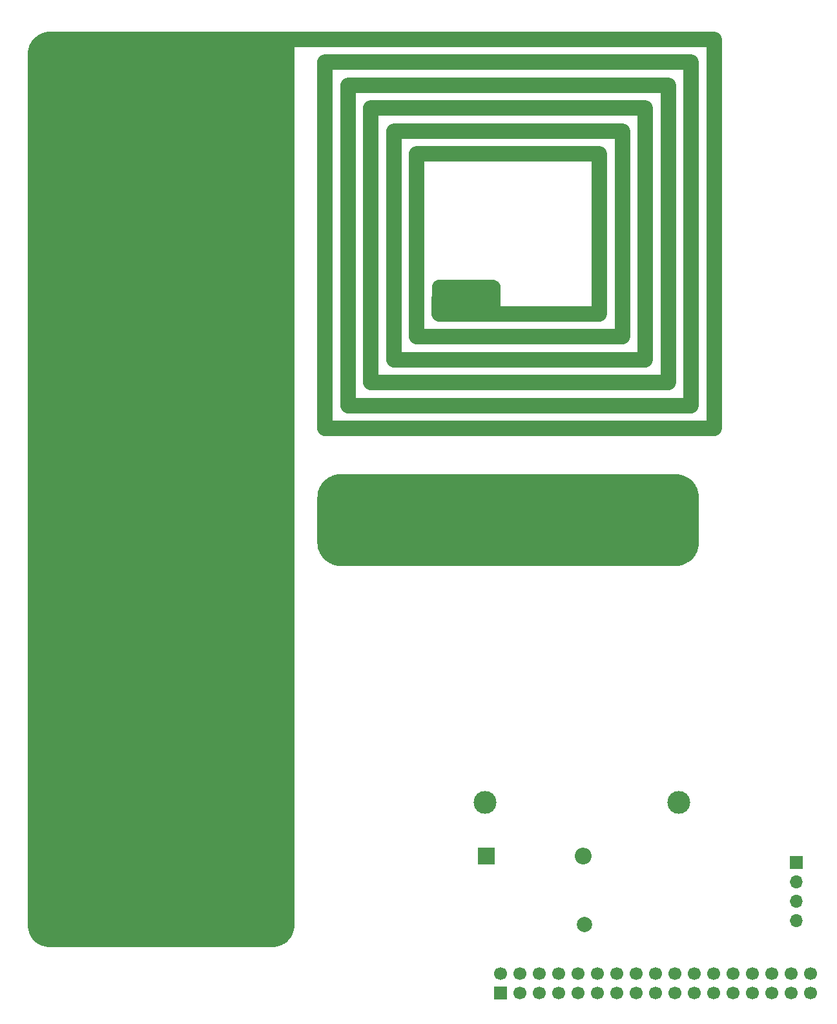
<source format=gbr>
%TF.GenerationSoftware,KiCad,Pcbnew,8.0.3*%
%TF.CreationDate,2025-04-28T21:08:14+02:00*%
%TF.ProjectId,shaper,73686170-6572-42e6-9b69-6361645f7063,1.0*%
%TF.SameCoordinates,Original*%
%TF.FileFunction,Copper,L1,Top*%
%TF.FilePolarity,Positive*%
%FSLAX46Y46*%
G04 Gerber Fmt 4.6, Leading zero omitted, Abs format (unit mm)*
G04 Created by KiCad (PCBNEW 8.0.3) date 2025-04-28 21:08:14*
%MOMM*%
%LPD*%
G01*
G04 APERTURE LIST*
%TA.AperFunction,ComponentPad*%
%ADD10R,1.700000X1.700000*%
%TD*%
%TA.AperFunction,ComponentPad*%
%ADD11C,1.700000*%
%TD*%
%TA.AperFunction,ComponentPad*%
%ADD12C,3.000000*%
%TD*%
%TA.AperFunction,ComponentPad*%
%ADD13R,2.200000X2.200000*%
%TD*%
%TA.AperFunction,ComponentPad*%
%ADD14O,2.200000X2.200000*%
%TD*%
%TA.AperFunction,SMDPad,CuDef*%
%ADD15R,2.500000X2.500000*%
%TD*%
%TA.AperFunction,ComponentPad*%
%ADD16O,1.700000X1.700000*%
%TD*%
%TA.AperFunction,ViaPad*%
%ADD17C,2.000000*%
%TD*%
%TA.AperFunction,Conductor*%
%ADD18C,2.000000*%
%TD*%
G04 APERTURE END LIST*
D10*
%TO.P,Box_connector,1*%
%TO.N,N/C*%
X97000000Y-161000000D03*
D11*
%TO.P,Box_connector,2*%
X97000000Y-158460000D03*
%TO.P,Box_connector,3*%
X99540000Y-161000000D03*
%TO.P,Box_connector,4*%
X99540000Y-158460000D03*
%TO.P,Box_connector,5*%
X102079999Y-161000000D03*
%TO.P,Box_connector,6*%
X102080000Y-158460000D03*
%TO.P,Box_connector,7*%
X104620000Y-161000000D03*
%TO.P,Box_connector,8*%
X104620000Y-158460000D03*
%TO.P,Box_connector,9*%
X107160000Y-161000000D03*
%TO.P,Box_connector,10*%
X107160000Y-158460000D03*
%TO.P,Box_connector,11*%
X109700000Y-161000000D03*
%TO.P,Box_connector,12*%
X109700000Y-158460000D03*
%TO.P,Box_connector,13*%
X112240000Y-161000000D03*
%TO.P,Box_connector,14*%
X112240000Y-158460000D03*
%TO.P,Box_connector,15*%
X114780001Y-161000000D03*
%TO.P,Box_connector,16*%
X114780000Y-158460000D03*
%TO.P,Box_connector,17*%
X117320000Y-161000000D03*
%TO.P,Box_connector,18*%
X117320000Y-158460000D03*
%TO.P,Box_connector,19*%
X119860000Y-161000000D03*
%TO.P,Box_connector,20*%
X119860000Y-158460000D03*
%TO.P,Box_connector,21*%
X122400000Y-161000000D03*
%TO.P,Box_connector,22*%
X122400000Y-158460000D03*
%TO.P,Box_connector,23*%
X124939999Y-161000000D03*
%TO.P,Box_connector,24*%
X124940000Y-158460000D03*
%TO.P,Box_connector,25*%
X127480000Y-161000000D03*
%TO.P,Box_connector,26*%
X127480000Y-158460000D03*
%TO.P,Box_connector,27*%
X130020000Y-161000000D03*
%TO.P,Box_connector,28*%
X130020000Y-158460000D03*
%TO.P,Box_connector,29*%
X132560000Y-161000000D03*
%TO.P,Box_connector,30*%
X132560000Y-158460000D03*
%TO.P,Box_connector,31*%
X135099999Y-161000000D03*
%TO.P,Box_connector,32*%
X135100000Y-158460000D03*
%TO.P,Box_connector,33*%
X137640001Y-161000000D03*
%TO.P,Box_connector,34*%
X137640000Y-158460000D03*
%TD*%
D12*
%TO.P,HV_Relay,1*%
%TO.N,N/C*%
X95000000Y-136000000D03*
%TO.P,HV_Relay,2*%
X120399999Y-135999997D03*
%TD*%
D13*
%TO.P,Diode,1*%
%TO.N,N/C*%
X95150000Y-143000000D03*
D14*
%TO.P,Diode,2*%
X107850000Y-143000000D03*
%TD*%
D15*
%TO.P,REF\u002A\u002A,1*%
%TO.N,N/C*%
X95000000Y-100000000D03*
%TD*%
%TO.P,REF\u002A\u002A,1*%
%TO.N,N/C*%
X41000000Y-42000000D03*
%TD*%
%TO.P,REF\u002A\u002A,1*%
%TO.N,N/C*%
X108000000Y-96000000D03*
%TD*%
%TO.P,REF\u002A\u002A,1*%
%TO.N,N/C*%
X60000000Y-152000000D03*
%TD*%
%TO.P,REF\u002A\u002A,1*%
%TO.N,N/C*%
X95000000Y-71000000D03*
%TD*%
D10*
%TO.P,REF\u002A\u002A,1*%
%TO.N,N/C*%
X135750003Y-143920001D03*
D16*
%TO.P,REF\u002A\u002A,2*%
X135750003Y-146460001D03*
%TO.P,REF\u002A\u002A,3*%
X135750000Y-149000000D03*
%TO.P,REF\u002A\u002A,4*%
X135750003Y-151540001D03*
%TD*%
D17*
%TO.N,*%
X108000000Y-152000000D03*
%TD*%
D18*
%TO.N,*%
X125000000Y-36000000D02*
X125000000Y-87000000D01*
X125000000Y-87000000D02*
X74000000Y-87000000D01*
X74000000Y-87000000D02*
X74000000Y-39000000D01*
X122000000Y-39000000D02*
X122000000Y-84000000D01*
X122000000Y-84000000D02*
X77000000Y-84000000D01*
X77000000Y-84000000D02*
X77000000Y-42000000D01*
X119000000Y-42000000D02*
X119000000Y-81000000D01*
X80000000Y-81000000D02*
X80000000Y-45000000D01*
X116000000Y-45000000D02*
X116000000Y-78000000D01*
X116000000Y-78000000D02*
X83000000Y-78000000D01*
X83000000Y-78000000D02*
X83000000Y-48000000D01*
X113000000Y-48000000D02*
X113000000Y-75000000D01*
X113000000Y-75000000D02*
X86000000Y-75000000D01*
X86000000Y-75000000D02*
X86000000Y-51000000D01*
X110000000Y-51000000D02*
X110000000Y-72000000D01*
X110000000Y-72000000D02*
X96000000Y-72000000D01*
X89000000Y-70000000D02*
X96000000Y-70000000D01*
X96000000Y-70000000D02*
X96000000Y-72000000D01*
X96000000Y-72000000D02*
X89000000Y-72000000D01*
X74000000Y-39000000D02*
X122000000Y-39000000D01*
X69000000Y-36000000D02*
X69000000Y-40000000D01*
X83000000Y-48000000D02*
X113000000Y-48000000D01*
X89000000Y-72000000D02*
X89000000Y-70000000D01*
X65000000Y-36000000D02*
X69000000Y-36000000D01*
X69000000Y-36000000D02*
X74000000Y-36000000D01*
X74000000Y-36000000D02*
X125000000Y-36000000D01*
X80000000Y-45000000D02*
X116000000Y-45000000D01*
X119000000Y-81000000D02*
X80000000Y-81000000D01*
X77000000Y-42000000D02*
X119000000Y-42000000D01*
X86000000Y-51000000D02*
X110000000Y-51000000D01*
%TD*%
%TA.AperFunction,NonConductor*%
G36*
X120003471Y-93000195D02*
G01*
X120044136Y-93002478D01*
X120328949Y-93018473D01*
X120342748Y-93020027D01*
X120660695Y-93074049D01*
X120674252Y-93077143D01*
X120984148Y-93166423D01*
X120997272Y-93171016D01*
X121295215Y-93294427D01*
X121307737Y-93300456D01*
X121590006Y-93456461D01*
X121601779Y-93463859D01*
X121864789Y-93650475D01*
X121875649Y-93659135D01*
X122116127Y-93874039D01*
X122125960Y-93883872D01*
X122340859Y-94124344D01*
X122349528Y-94135216D01*
X122536139Y-94398219D01*
X122543538Y-94409993D01*
X122699539Y-94692255D01*
X122705572Y-94704784D01*
X122828983Y-95002727D01*
X122833576Y-95015851D01*
X122922856Y-95325747D01*
X122925950Y-95339304D01*
X122979970Y-95657240D01*
X122981527Y-95671058D01*
X122999805Y-95996527D01*
X123000000Y-96003480D01*
X123000000Y-101996519D01*
X122999805Y-102003472D01*
X122981527Y-102328941D01*
X122979970Y-102342759D01*
X122925950Y-102660695D01*
X122922856Y-102674252D01*
X122833576Y-102984148D01*
X122828983Y-102997272D01*
X122705572Y-103295215D01*
X122699539Y-103307744D01*
X122543538Y-103590006D01*
X122536139Y-103601780D01*
X122349528Y-103864783D01*
X122340859Y-103875655D01*
X122125960Y-104116127D01*
X122116127Y-104125960D01*
X121875655Y-104340859D01*
X121864783Y-104349528D01*
X121601780Y-104536139D01*
X121590006Y-104543538D01*
X121307744Y-104699539D01*
X121295215Y-104705572D01*
X120997272Y-104828983D01*
X120984148Y-104833576D01*
X120674252Y-104922856D01*
X120660695Y-104925950D01*
X120342759Y-104979970D01*
X120328941Y-104981527D01*
X120003472Y-104999805D01*
X119996519Y-105000000D01*
X76003481Y-105000000D01*
X75996528Y-104999805D01*
X75671058Y-104981527D01*
X75657240Y-104979970D01*
X75339304Y-104925950D01*
X75325747Y-104922856D01*
X75015851Y-104833576D01*
X75002727Y-104828983D01*
X74704784Y-104705572D01*
X74692255Y-104699539D01*
X74409993Y-104543538D01*
X74398219Y-104536139D01*
X74135216Y-104349528D01*
X74124344Y-104340859D01*
X73883872Y-104125960D01*
X73874039Y-104116127D01*
X73659140Y-103875655D01*
X73650475Y-103864789D01*
X73463859Y-103601779D01*
X73456461Y-103590006D01*
X73300460Y-103307744D01*
X73294427Y-103295215D01*
X73171016Y-102997272D01*
X73166423Y-102984148D01*
X73077143Y-102674252D01*
X73074049Y-102660695D01*
X73020027Y-102342748D01*
X73018473Y-102328949D01*
X73000195Y-102003471D01*
X73000000Y-101996519D01*
X73000000Y-96003480D01*
X73000195Y-95996528D01*
X73000800Y-95985753D01*
X73018473Y-95671048D01*
X73020027Y-95657253D01*
X73074049Y-95339299D01*
X73077143Y-95325747D01*
X73166423Y-95015851D01*
X73171016Y-95002727D01*
X73194728Y-94945479D01*
X73294430Y-94704775D01*
X73300452Y-94692269D01*
X73456467Y-94409983D01*
X73463854Y-94398228D01*
X73650482Y-94135201D01*
X73659128Y-94124358D01*
X73874049Y-93883861D01*
X73883861Y-93874049D01*
X74124358Y-93659128D01*
X74135201Y-93650482D01*
X74398228Y-93463854D01*
X74409983Y-93456467D01*
X74692269Y-93300452D01*
X74704775Y-93294430D01*
X75002727Y-93171016D01*
X75015847Y-93166424D01*
X75325753Y-93077141D01*
X75339299Y-93074049D01*
X75657253Y-93020027D01*
X75671048Y-93018473D01*
X75959283Y-93002286D01*
X75996529Y-93000195D01*
X76003481Y-93000000D01*
X119996519Y-93000000D01*
X120003471Y-93000195D01*
G37*
%TD.AperFunction*%
%TA.AperFunction,NonConductor*%
G36*
X96000568Y-67500055D02*
G01*
X96193949Y-67519102D01*
X96196193Y-67519549D01*
X96381587Y-67575787D01*
X96383695Y-67576660D01*
X96523609Y-67651446D01*
X96554552Y-67667986D01*
X96556459Y-67669260D01*
X96608848Y-67712254D01*
X96706220Y-67792165D01*
X96707834Y-67793779D01*
X96769288Y-67868661D01*
X96830739Y-67943540D01*
X96832013Y-67945447D01*
X96923336Y-68116299D01*
X96924214Y-68118418D01*
X96980449Y-68303804D01*
X96980897Y-68306053D01*
X96999944Y-68499431D01*
X97000000Y-68500578D01*
X97000000Y-71999421D01*
X96999944Y-72000568D01*
X96980897Y-72193946D01*
X96980449Y-72196195D01*
X96924214Y-72381581D01*
X96923336Y-72383700D01*
X96832013Y-72554552D01*
X96830739Y-72556459D01*
X96707838Y-72706216D01*
X96706216Y-72707838D01*
X96556459Y-72830739D01*
X96554552Y-72832013D01*
X96383700Y-72923336D01*
X96381581Y-72924214D01*
X96196195Y-72980449D01*
X96193946Y-72980897D01*
X96000569Y-72999944D01*
X95999422Y-73000000D01*
X89000578Y-73000000D01*
X88999431Y-72999944D01*
X88806053Y-72980897D01*
X88803804Y-72980449D01*
X88618418Y-72924214D01*
X88616299Y-72923336D01*
X88445447Y-72832013D01*
X88443540Y-72830739D01*
X88368661Y-72769288D01*
X88293779Y-72707834D01*
X88292165Y-72706220D01*
X88169260Y-72556459D01*
X88167986Y-72554552D01*
X88151446Y-72523609D01*
X88076660Y-72383695D01*
X88075787Y-72381587D01*
X88019549Y-72196193D01*
X88019102Y-72193946D01*
X88000056Y-72000568D01*
X88000000Y-71999421D01*
X88000000Y-68500578D01*
X88000056Y-68499431D01*
X88019102Y-68306053D01*
X88019550Y-68303804D01*
X88075788Y-68118408D01*
X88076659Y-68116308D01*
X88167988Y-67945443D01*
X88169260Y-67943540D01*
X88292169Y-67793774D01*
X88293774Y-67792169D01*
X88443542Y-67669258D01*
X88445443Y-67667988D01*
X88616308Y-67576659D01*
X88618408Y-67575788D01*
X88803808Y-67519549D01*
X88806048Y-67519102D01*
X88999431Y-67500055D01*
X89000578Y-67500000D01*
X95999422Y-67500000D01*
X96000568Y-67500055D01*
G37*
%TD.AperFunction*%
%TA.AperFunction,NonConductor*%
G36*
X67003471Y-35000195D02*
G01*
X67044136Y-35002478D01*
X67328949Y-35018473D01*
X67342748Y-35020027D01*
X67660695Y-35074049D01*
X67674252Y-35077143D01*
X67984148Y-35166423D01*
X67997272Y-35171016D01*
X68295215Y-35294427D01*
X68307737Y-35300456D01*
X68590006Y-35456461D01*
X68601779Y-35463859D01*
X68864789Y-35650475D01*
X68875649Y-35659135D01*
X69116127Y-35874039D01*
X69125960Y-35883872D01*
X69340859Y-36124344D01*
X69349528Y-36135216D01*
X69536139Y-36398219D01*
X69543538Y-36409993D01*
X69699539Y-36692255D01*
X69705572Y-36704784D01*
X69828983Y-37002727D01*
X69833576Y-37015851D01*
X69922856Y-37325747D01*
X69925950Y-37339304D01*
X69979970Y-37657240D01*
X69981527Y-37671058D01*
X69999805Y-37996527D01*
X70000000Y-38003480D01*
X70000000Y-151996519D01*
X69999805Y-152003472D01*
X69981527Y-152328941D01*
X69979970Y-152342759D01*
X69925950Y-152660695D01*
X69922856Y-152674252D01*
X69833576Y-152984148D01*
X69828983Y-152997272D01*
X69705572Y-153295215D01*
X69699539Y-153307744D01*
X69543538Y-153590006D01*
X69536139Y-153601780D01*
X69349528Y-153864783D01*
X69340859Y-153875655D01*
X69125960Y-154116127D01*
X69116127Y-154125960D01*
X68875655Y-154340859D01*
X68864783Y-154349528D01*
X68601780Y-154536139D01*
X68590006Y-154543538D01*
X68307744Y-154699539D01*
X68295215Y-154705572D01*
X67997272Y-154828983D01*
X67984148Y-154833576D01*
X67674252Y-154922856D01*
X67660695Y-154925950D01*
X67342759Y-154979970D01*
X67328941Y-154981527D01*
X67003472Y-154999805D01*
X66996519Y-155000000D01*
X38003481Y-155000000D01*
X37996528Y-154999805D01*
X37671058Y-154981527D01*
X37657240Y-154979970D01*
X37339304Y-154925950D01*
X37325747Y-154922856D01*
X37015851Y-154833576D01*
X37002727Y-154828983D01*
X36704784Y-154705572D01*
X36692255Y-154699539D01*
X36409993Y-154543538D01*
X36398219Y-154536139D01*
X36135216Y-154349528D01*
X36124344Y-154340859D01*
X35883872Y-154125960D01*
X35874039Y-154116127D01*
X35659140Y-153875655D01*
X35650475Y-153864789D01*
X35463859Y-153601779D01*
X35456461Y-153590006D01*
X35300460Y-153307744D01*
X35294427Y-153295215D01*
X35171016Y-152997272D01*
X35166423Y-152984148D01*
X35077143Y-152674252D01*
X35074049Y-152660695D01*
X35020027Y-152342748D01*
X35018473Y-152328949D01*
X35000195Y-152003471D01*
X35000000Y-151996519D01*
X35000000Y-38003480D01*
X35000195Y-37996528D01*
X35000800Y-37985753D01*
X35018473Y-37671048D01*
X35020027Y-37657253D01*
X35074049Y-37339299D01*
X35077143Y-37325747D01*
X35166423Y-37015851D01*
X35171016Y-37002727D01*
X35194728Y-36945479D01*
X35294430Y-36704775D01*
X35300452Y-36692269D01*
X35456467Y-36409983D01*
X35463854Y-36398228D01*
X35650482Y-36135201D01*
X35659128Y-36124358D01*
X35874049Y-35883861D01*
X35883861Y-35874049D01*
X36124358Y-35659128D01*
X36135201Y-35650482D01*
X36398228Y-35463854D01*
X36409983Y-35456467D01*
X36692269Y-35300452D01*
X36704775Y-35294430D01*
X37002727Y-35171016D01*
X37015847Y-35166424D01*
X37325753Y-35077141D01*
X37339299Y-35074049D01*
X37657253Y-35020027D01*
X37671048Y-35018473D01*
X37959283Y-35002286D01*
X37996529Y-35000195D01*
X38003481Y-35000000D01*
X66996519Y-35000000D01*
X67003471Y-35000195D01*
G37*
%TD.AperFunction*%
M02*

</source>
